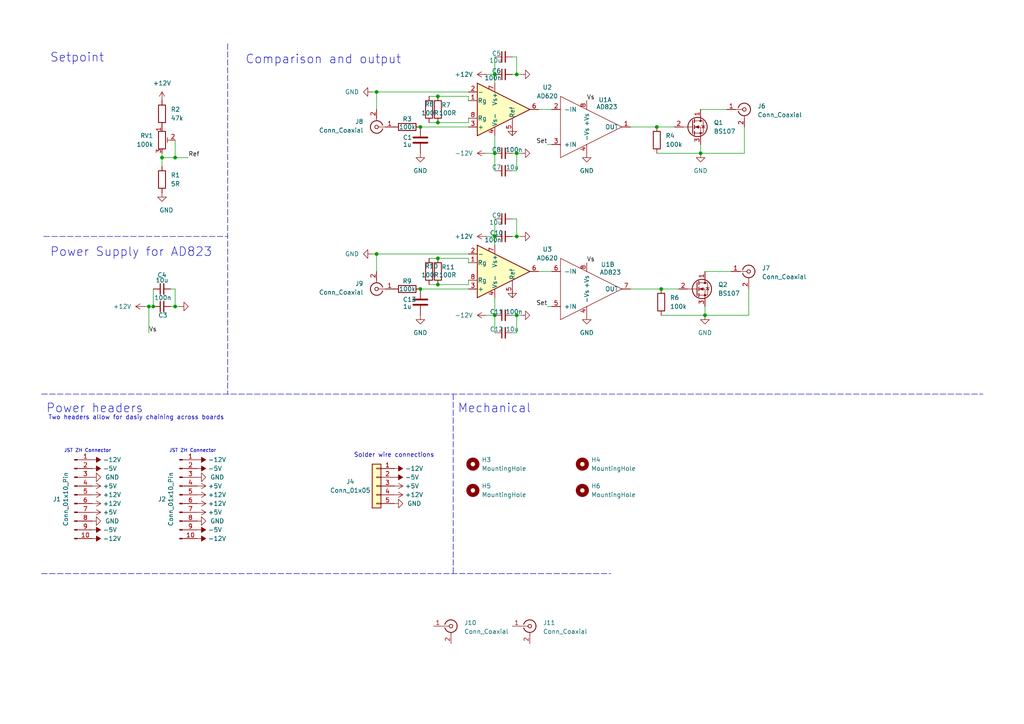
<source format=kicad_sch>
(kicad_sch (version 20250114) (generator "eeschema") (generator_version "9.0")
  (paper "A4")
  (title_block (title "Coil_temperature_interlock_2channel") (comment 1 "Designed by Jack Roth") (comment 2 "Compatible with Hammond Manufacturing series 1457"))
  (lib_symbols
    (symbol "Amplifier_Instrumentation:AD620" (pin_names (offset 0.127))
      (property "Reference" "U" (at 3.81 7.62 0))
      (property "Value" "AD620" (at 5.08 5.08 0))
      (symbol "AD620_0_1"
        (polyline (pts (xy -7.62 7.62) (xy -7.62 -7.62) (xy 7.62 0) (xy -7.62 7.62)) (stroke (width 0.254)) (fill (type background)))
      )
      (symbol "AD620_1_1"
        (pin input line (at -10.16 5.08 0) (length 2.54) (name "-") (number "2"))
        (pin passive line (at -10.16 2.54 0) (length 2.54) (name "Rg") (number "1"))
        (pin passive line (at -10.16 -2.54 0) (length 2.54) (name "Rg") (number "8"))
        (pin input line (at -10.16 -5.08 0) (length 2.54) (name "+") (number "3"))
        (pin power_in line (at -2.54 7.62 270) (length 2.54) (name "Vs+") (number "7"))
        (pin power_in line (at -2.54 -7.62 90) (length 2.54) (name "Vs-") (number "4"))
        (pin passive line (at 2.54 -7.62 90) (length 5.08) (name "Ref") (number "5"))
        (pin output line (at 10.16 0 180) (length 2.54) (name "~") (number "6"))
      )
    )
    (symbol "Connector:Conn_01x10_Pin" (pin_names (offset 1.016) (hide yes))
      (property "Reference" "J" (at 0 12.7 0))
      (property "Value" "Conn_01x10_Pin" (at 0 -15.24 0))
      (symbol "Conn_01x10_Pin_1_1"
        (rectangle (start 0.8636 10.287) (end 0 10.033) (stroke (width 0.1524)) (fill (type outline)))
        (rectangle (start 0.8636 7.747) (end 0 7.493) (stroke (width 0.1524)) (fill (type outline)))
        (rectangle (start 0.8636 5.207) (end 0 4.953) (stroke (width 0.1524)) (fill (type outline)))
        (rectangle (start 0.8636 2.667) (end 0 2.413) (stroke (width 0.1524)) (fill (type outline)))
        (rectangle (start 0.8636 0.127) (end 0 -0.127) (stroke (width 0.1524)) (fill (type outline)))
        (rectangle (start 0.8636 -2.413) (end 0 -2.667) (stroke (width 0.1524)) (fill (type outline)))
        (rectangle (start 0.8636 -4.953) (end 0 -5.207) (stroke (width 0.1524)) (fill (type outline)))
        (rectangle (start 0.8636 -7.493) (end 0 -7.747) (stroke (width 0.1524)) (fill (type outline)))
        (rectangle (start 0.8636 -10.033) (end 0 -10.287) (stroke (width 0.1524)) (fill (type outline)))
        (rectangle (start 0.8636 -12.573) (end 0 -12.827) (stroke (width 0.1524)) (fill (type outline)))
        (polyline (pts (xy 1.27 10.16) (xy 0.8636 10.16)) (stroke (width 0.1524)))
        (polyline (pts (xy 1.27 7.62) (xy 0.8636 7.62)) (stroke (width 0.1524)))
        (polyline (pts (xy 1.27 5.08) (xy 0.8636 5.08)) (stroke (width 0.1524)))
        (polyline (pts (xy 1.27 2.54) (xy 0.8636 2.54)) (stroke (width 0.1524)))
        (polyline (pts (xy 1.27 0) (xy 0.8636 0)) (stroke (width 0.1524)))
        (polyline (pts (xy 1.27 -2.54) (xy 0.8636 -2.54)) (stroke (width 0.1524)))
        (polyline (pts (xy 1.27 -5.08) (xy 0.8636 -5.08)) (stroke (width 0.1524)))
        (polyline (pts (xy 1.27 -7.62) (xy 0.8636 -7.62)) (stroke (width 0.1524)))
        (polyline (pts (xy 1.27 -10.16) (xy 0.8636 -10.16)) (stroke (width 0.1524)))
        (polyline (pts (xy 1.27 -12.7) (xy 0.8636 -12.7)) (stroke (width 0.1524)))
        (pin passive line (at 5.08 10.16 180) (length 3.81) (name "Pin_1") (number "1"))
        (pin passive line (at 5.08 7.62 180) (length 3.81) (name "Pin_2") (number "2"))
        (pin passive line (at 5.08 5.08 180) (length 3.81) (name "Pin_3") (number "3"))
        (pin passive line (at 5.08 2.54 180) (length 3.81) (name "Pin_4") (number "4"))
        (pin passive line (at 5.08 0 180) (length 3.81) (name "Pin_5") (number "5"))
        (pin passive line (at 5.08 -2.54 180) (length 3.81) (name "Pin_6") (number "6"))
        (pin passive line (at 5.08 -5.08 180) (length 3.81) (name "Pin_7") (number "7"))
        (pin passive line (at 5.08 -7.62 180) (length 3.81) (name "Pin_8") (number "8"))
        (pin passive line (at 5.08 -10.16 180) (length 3.81) (name "Pin_9") (number "9"))
        (pin passive line (at 5.08 -12.7 180) (length 3.81) (name "Pin_10") (number "10"))
      )
    )
    (symbol "Connector:Conn_Coaxial" (pin_names (offset 1.016) (hide yes))
      (property "Reference" "J" (at 0.254 3.048 0))
      (property "Value" "Conn_Coaxial" (at 2.921 0 90))
      (symbol "Conn_Coaxial_0_1"
        (polyline (pts (xy -2.54 0) (xy -0.508 0)))
        (arc (start 1.778 0) (mid 0.222 -1.8079) (end -1.778 -0.508) (stroke (width 0.254)))
        (arc (start -1.778 0.508) (mid 0.2221 1.8084) (end 1.778 0) (stroke (width 0.254)))
        (circle (center 0 0) (radius 0.508) (stroke (width 0.2032)))
        (polyline (pts (xy 0 -2.54) (xy 0 -1.778)))
      )
      (symbol "Conn_Coaxial_1_1"
        (pin passive line (at -5.08 0 0) (length 2.54) (name "In") (number "1"))
        (pin passive line (at 0 -5.08 90) (length 2.54) (name "Ext") (number "2"))
      )
    )
    (symbol "Connector_Generic:Conn_01x05" (pin_names (offset 1.016) (hide yes))
      (property "Reference" "J" (at 0 7.62 0))
      (property "Value" "Conn_01x05" (at 0 -7.62 0))
      (symbol "Conn_01x05_1_1"
        (rectangle (start -1.27 6.35) (end 1.27 -6.35) (stroke (width 0.254)) (fill (type background)))
        (rectangle (start -1.27 5.207) (end 0 4.953) (stroke (width 0.1524)))
        (rectangle (start -1.27 2.667) (end 0 2.413) (stroke (width 0.1524)))
        (rectangle (start -1.27 0.127) (end 0 -0.127) (stroke (width 0.1524)))
        (rectangle (start -1.27 -2.413) (end 0 -2.667) (stroke (width 0.1524)))
        (rectangle (start -1.27 -4.953) (end 0 -5.207) (stroke (width 0.1524)))
        (pin passive line (at -5.08 5.08 0) (length 3.81) (name "Pin_1") (number "1"))
        (pin passive line (at -5.08 2.54 0) (length 3.81) (name "Pin_2") (number "2"))
        (pin passive line (at -5.08 0 0) (length 3.81) (name "Pin_3") (number "3"))
        (pin passive line (at -5.08 -2.54 0) (length 3.81) (name "Pin_4") (number "4"))
        (pin passive line (at -5.08 -5.08 0) (length 3.81) (name "Pin_5") (number "5"))
      )
    )
    (symbol "Device:C" (pin_numbers (hide yes)) (pin_names (offset 0.254))
      (property "Reference" "C" (at 0.635 2.54 0))
      (property "Value" "C" (at 0.635 -2.54 0))
      (symbol "C_0_1"
        (polyline (pts (xy -2.032 0.762) (xy 2.032 0.762)) (stroke (width 0.508)))
        (polyline (pts (xy -2.032 -0.762) (xy 2.032 -0.762)) (stroke (width 0.508)))
      )
      (symbol "C_1_1"
        (pin passive line (at 0 3.81 270) (length 2.794) (name "~") (number "1"))
        (pin passive line (at 0 -3.81 90) (length 2.794) (name "~") (number "2"))
      )
    )
    (symbol "Device:C_Small" (pin_numbers (hide yes)) (pin_names (offset 0.254) (hide yes))
      (property "Reference" "C" (at 0.254 1.778 0))
      (property "Value" "C_Small" (at 0.254 -2.032 0))
      (symbol "C_Small_0_1"
        (polyline (pts (xy -1.524 0.508) (xy 1.524 0.508)) (stroke (width 0.3048)))
        (polyline (pts (xy -1.524 -0.508) (xy 1.524 -0.508)) (stroke (width 0.3302)))
      )
      (symbol "C_Small_1_1"
        (pin passive line (at 0 2.54 270) (length 2.032) (name "~") (number "1"))
        (pin passive line (at 0 -2.54 90) (length 2.032) (name "~") (number "2"))
      )
    )
    (symbol "Device:R" (pin_numbers (hide yes)) (pin_names (offset 0))
      (property "Reference" "R" (at 2.032 0 90))
      (property "Value" "R" (at 0 0 90))
      (symbol "R_0_1"
        (rectangle (start -1.016 -2.54) (end 1.016 2.54) (stroke (width 0.254)))
      )
      (symbol "R_1_1"
        (pin passive line (at 0 3.81 270) (length 1.27) (name "~") (number "1"))
        (pin passive line (at 0 -3.81 90) (length 1.27) (name "~") (number "2"))
      )
    )
    (symbol "Device:R_Potentiometer_Trim" (pin_names (offset 1.016) (hide yes))
      (property "Reference" "RV" (at -4.445 0 90))
      (property "Value" "R_Potentiometer_Trim" (at -2.54 0 90))
      (symbol "R_Potentiometer_Trim_0_1"
        (rectangle (start 1.016 2.54) (end -1.016 -2.54) (stroke (width 0.254)))
        (polyline (pts (xy 1.524 0.762) (xy 1.524 -0.762)))
        (polyline (pts (xy 2.54 0) (xy 1.524 0)))
      )
      (symbol "R_Potentiometer_Trim_1_1"
        (pin passive line (at 0 3.81 270) (length 1.27) (name "1") (number "1"))
        (pin passive line (at 0 -3.81 90) (length 1.27) (name "3") (number "3"))
        (pin passive line (at 3.81 0 180) (length 1.27) (name "2") (number "2"))
      )
    )
    (symbol "Mechanical:MountingHole" (pin_names (offset 1.016)) (exclude_from_sim yes) (in_bom no)
      (property "Reference" "H" (at 0 5.08 0))
      (property "Value" "MountingHole" (at 0 3.175 0))
      (symbol "MountingHole_0_1"
        (circle (center 0 0) (radius 1.27) (stroke (width 1.27)))
      )
    )
    (symbol "Transistor_FET:BS107" (pin_names (hide yes))
      (property "Reference" "Q" (at 5.08 1.905 0))
      (property "Value" "BS107" (at 5.08 0 0))
      (symbol "BS107_0_1"
        (polyline (pts (xy 0.254 1.905) (xy 0.254 -1.905)) (stroke (width 0.254)))
        (polyline (pts (xy 0.254 0) (xy -2.54 0)))
        (polyline (pts (xy 0.762 2.286) (xy 0.762 1.27)) (stroke (width 0.254)))
        (polyline (pts (xy 0.762 0.508) (xy 0.762 -0.508)) (stroke (width 0.254)))
        (polyline (pts (xy 0.762 -1.27) (xy 0.762 -2.286)) (stroke (width 0.254)))
        (polyline (pts (xy 0.762 -1.778) (xy 3.302 -1.778) (xy 3.302 1.778) (xy 0.762 1.778)))
        (polyline (pts (xy 1.016 0) (xy 2.032 0.381) (xy 2.032 -0.381) (xy 1.016 0)) (fill (type outline)))
        (circle (center 1.651 0) (radius 2.794) (stroke (width 0.254)))
        (polyline (pts (xy 2.54 2.54) (xy 2.54 1.778)))
        (circle (center 2.54 1.778) (radius 0.254) (fill (type outline)))
        (circle (center 2.54 -1.778) (radius 0.254) (fill (type outline)))
        (polyline (pts (xy 2.54 -2.54) (xy 2.54 0) (xy 0.762 0)))
        (polyline (pts (xy 2.794 0.508) (xy 2.921 0.381) (xy 3.683 0.381) (xy 3.81 0.254)))
        (polyline (pts (xy 3.302 0.381) (xy 2.921 -0.254) (xy 3.683 -0.254) (xy 3.302 0.381)))
      )
      (symbol "BS107_1_1"
        (pin input line (at -5.08 0 0) (length 2.54) (name "G") (number "2"))
        (pin passive line (at 2.54 5.08 270) (length 2.54) (name "D") (number "1"))
        (pin passive line (at 2.54 -5.08 90) (length 2.54) (name "S") (number "3"))
      )
    )
    (symbol "matterwaves_symbol:AD823" (pin_names (offset 1.016))
      (property "Reference" "U" (at -11.43 1.27 0))
      (property "Value" "AD823" (at -11.43 -1.27 0))
      (symbol "AD823_0_1"
        (polyline (pts (xy 10.16 0) (xy -7.62 -8.89) (xy -7.62 8.89) (xy 10.16 0)))
        (pin passive line (at 0 7.62 270) (length 2.54) (name "+Vs") (number "8"))
        (pin passive line (at 0 -7.62 90) (length 2.54) (name "-Vs") (number "4"))
      )
      (symbol "AD823_1_1"
        (pin passive line (at -10.16 5.08 0) (length 2.54) (name "-IN") (number "2"))
        (pin passive line (at -10.16 -5.08 0) (length 2.54) (name "+IN") (number "3"))
        (pin passive line (at 12.7 0 180) (length 2.54) (name "OUT") (number "1"))
      )
      (symbol "AD823_2_1"
        (pin passive line (at -10.16 5.08 0) (length 2.54) (name "-IN") (number "6"))
        (pin passive line (at -10.16 -5.08 0) (length 2.54) (name "+IN") (number "5"))
        (pin passive line (at 12.7 0 180) (length 2.54) (name "OUT") (number "7"))
      )
    )
    (symbol "power:+12V" (power) (pin_numbers (hide yes)) (pin_names (offset 0) (hide yes))
      (property "Value" "+12V" (at 0 3.556 0))
      (symbol "+12V_0_1"
        (polyline (pts (xy -0.762 1.27) (xy 0 2.54)))
        (polyline (pts (xy 0 2.54) (xy 0.762 1.27)))
        (polyline (pts (xy 0 0) (xy 0 2.54)))
      )
      (symbol "+12V_1_1"
        (pin power_in line (at 0 0 90) (length 0) (name "~") (number "1"))
      )
    )
    (symbol "power:+5V" (power) (pin_numbers (hide yes)) (pin_names (offset 0) (hide yes))
      (property "Value" "+5V" (at 0 3.556 0))
      (symbol "+5V_0_1"
        (polyline (pts (xy -0.762 1.27) (xy 0 2.54)))
        (polyline (pts (xy 0 2.54) (xy 0.762 1.27)))
        (polyline (pts (xy 0 0) (xy 0 2.54)))
      )
      (symbol "+5V_1_1"
        (pin power_in line (at 0 0 90) (length 0) (name "~") (number "1"))
      )
    )
    (symbol "power:-12V" (power) (pin_numbers (hide yes)) (pin_names (offset 0) (hide yes))
      (property "Value" "-12V" (at 0 3.556 0))
      (symbol "-12V_0_0"
        (pin power_in line (at 0 0 90) (length 0) (name "~") (number "1"))
      )
      (symbol "-12V_0_1"
        (polyline (pts (xy 0 0) (xy 0 1.27) (xy 0.762 1.27) (xy 0 2.54) (xy -0.762 1.27) (xy 0 1.27)) (fill (type outline)))
      )
    )
    (symbol "power:-5V" (power) (pin_numbers (hide yes)) (pin_names (offset 0) (hide yes))
      (property "Value" "-5V" (at 0 3.556 0))
      (symbol "-5V_0_0"
        (pin power_in line (at 0 0 90) (length 0) (name "~") (number "1"))
      )
      (symbol "-5V_0_1"
        (polyline (pts (xy 0 0) (xy 0 1.27) (xy 0.762 1.27) (xy 0 2.54) (xy -0.762 1.27) (xy 0 1.27)) (fill (type outline)))
      )
    )
    (symbol "power:GND" (power) (pin_numbers (hide yes)) (pin_names (offset 0) (hide yes))
      (property "Value" "GND" (at 0 -3.81 0))
      (symbol "GND_0_1"
        (polyline (pts (xy 0 0) (xy 0 -1.27) (xy 1.27 -1.27) (xy 0 -2.54) (xy -1.27 -1.27) (xy 0 -1.27)))
      )
      (symbol "GND_1_1"
        (pin power_in line (at 0 0 270) (length 0) (name "~") (number "1"))
      )
    )
    (symbol "power:VCC" (power) (pin_numbers (hide yes)) (pin_names (offset 0) (hide yes))
      (property "Value" "VCC" (at 0 3.556 0))
      (symbol "VCC_0_1"
        (polyline (pts (xy -0.762 1.27) (xy 0 2.54)))
        (polyline (pts (xy 0 2.54) (xy 0.762 1.27)))
        (polyline (pts (xy 0 0) (xy 0 2.54)))
      )
      (symbol "VCC_1_1"
        (pin power_in line (at 0 0 90) (length 0) (name "~") (number "1"))
      )
    )
  )
  (text "Solder wire connections" (at 114.3 132.08 0) (effects (font (size 1.27 1.27))))
  (text "Setpoint" (at 14.478 18.288 0) (effects (font (size 2.54 2.54)) (justify left bottom)))
  (text "Mechanical" (at 132.715 120.015 0) (effects (font (size 2.54 2.54)) (justify left bottom)))
  (text "JST ZH Connector" (at 55.88 130.81 0) (effects (font (size 1 1))))
  (text "Comparison and output" (at 71.12 18.796 0) (effects (font (size 2.54 2.54)) (justify left bottom)))
  (text "Power headers" (at 13.335 120.015 0) (effects (font (size 2.54 2.54)) (justify left bottom)))
  (text "Two headers allow for dasiy chaining across boards" (at 13.97 121.92 0) (effects (font (size 1.27 1.27)) (justify left bottom)))
  (text "JST ZH Connector" (at 25.4 130.81 0) (effects (font (size 1 1))))
  (text "Power Supply for AD823\n" (at 14.478 74.676 0) (effects (font (size 2.54 2.54)) (justify left bottom)))
  (junction (at 143.51 44.45))
  (junction (at 109.22 73.66))
  (junction (at 149.86 21.59))
  (junction (at 149.86 44.45))
  (junction (at 143.51 21.59))
  (junction (at 121.92 36.83))
  (junction (at 46.99 45.72))
  (junction (at 127 74.93))
  (junction (at 149.86 68.58))
  (junction (at 50.8 45.72))
  (junction (at 127 82.55))
  (junction (at 127 27.94))
  (junction (at 50.8 88.9))
  (junction (at 203.2 44.45))
  (junction (at 191.77 83.82))
  (junction (at 127 35.56))
  (junction (at 121.92 83.82))
  (junction (at 190.5 36.83))
  (junction (at 143.51 68.58))
  (junction (at 43.18 88.9))
  (junction (at 44.45 88.9))
  (junction (at 149.86 91.44))
  (junction (at 109.22 26.67))
  (junction (at 204.47 91.44))
  (junction (at 143.51 91.44))
  (wire (pts (xy 52.07 88.9) (xy 50.8 88.9)))
  (wire (pts (xy 109.22 26.67) (xy 109.22 31.75)))
  (wire (pts (xy 50.8 40.64) (xy 50.8 45.72)))
  (wire (pts (xy 143.51 91.44) (xy 143.51 86.36)))
  (wire (pts (xy 143.51 68.58) (xy 143.51 71.12)))
  (polyline (pts (xy 12.065 166.37) (xy 177.165 166.37)) (stroke (width 0) (type dash)))
  (wire (pts (xy 143.51 49.53) (xy 143.51 44.45)))
  (wire (pts (xy 121.92 83.82) (xy 135.89 83.82)))
  (wire (pts (xy 124.46 27.94) (xy 127 27.94)))
  (wire (pts (xy 156.21 78.74) (xy 160.02 78.74)))
  (wire (pts (xy 46.99 44.45) (xy 46.99 45.72)))
  (wire (pts (xy 41.91 88.9) (xy 43.18 88.9)))
  (wire (pts (xy 50.8 88.9) (xy 49.53 88.9)))
  (wire (pts (xy 127 82.55) (xy 135.89 82.55)))
  (wire (pts (xy 149.86 16.51) (xy 149.86 21.59)))
  (wire (pts (xy 204.47 88.9) (xy 204.47 91.44)))
  (wire (pts (xy 43.18 88.9) (xy 43.18 96.52)))
  (polyline (pts (xy 12.7 68.58) (xy 66.04 68.58)) (stroke (width 0) (type dash)))
  (wire (pts (xy 127 27.94) (xy 135.89 27.94)))
  (wire (pts (xy 148.59 63.5) (xy 149.86 63.5)))
  (wire (pts (xy 191.77 91.44) (xy 204.47 91.44)))
  (wire (pts (xy 190.5 36.83) (xy 195.58 36.83)))
  (wire (pts (xy 148.59 49.53) (xy 149.86 49.53)))
  (wire (pts (xy 135.89 73.66) (xy 109.22 73.66)))
  (wire (pts (xy 149.86 49.53) (xy 149.86 44.45)))
  (wire (pts (xy 182.88 36.83) (xy 190.5 36.83)))
  (wire (pts (xy 148.59 36.83) (xy 148.59 39.37)))
  (wire (pts (xy 149.86 68.58) (xy 148.59 68.58)))
  (wire (pts (xy 135.89 26.67) (xy 109.22 26.67)))
  (wire (pts (xy 135.89 27.94) (xy 135.89 29.21)))
  (wire (pts (xy 140.97 91.44) (xy 143.51 91.44)))
  (wire (pts (xy 143.51 96.52) (xy 143.51 91.44)))
  (wire (pts (xy 191.77 83.82) (xy 196.85 83.82)))
  (wire (pts (xy 158.75 41.91) (xy 160.02 41.91)))
  (wire (pts (xy 127 35.56) (xy 135.89 35.56)))
  (polyline (pts (xy 131.445 114.3) (xy 131.445 166.37)) (stroke (width 0) (type dash)))
  (polyline (pts (xy 12.065 114.3) (xy 285.115 114.3)) (stroke (width 0) (type dash)))
  (wire (pts (xy 182.88 83.82) (xy 191.77 83.82)))
  (wire (pts (xy 151.13 68.58) (xy 149.86 68.58)))
  (wire (pts (xy 203.2 31.75) (xy 210.82 31.75)))
  (wire (pts (xy 148.59 16.51) (xy 149.86 16.51)))
  (wire (pts (xy 143.51 63.5) (xy 143.51 68.58)))
  (wire (pts (xy 149.86 44.45) (xy 148.59 44.45)))
  (wire (pts (xy 140.97 21.59) (xy 143.51 21.59)))
  (wire (pts (xy 127 74.93) (xy 135.89 74.93)))
  (wire (pts (xy 190.5 44.45) (xy 203.2 44.45)))
  (wire (pts (xy 158.75 88.9) (xy 160.02 88.9)))
  (wire (pts (xy 148.59 83.82) (xy 148.59 86.36)))
  (wire (pts (xy 44.45 83.82) (xy 44.45 88.9)))
  (wire (pts (xy 140.97 44.45) (xy 143.51 44.45)))
  (wire (pts (xy 143.51 16.51) (xy 143.51 21.59)))
  (wire (pts (xy 124.46 82.55) (xy 127 82.55)))
  (wire (pts (xy 135.89 35.56) (xy 135.89 34.29)))
  (wire (pts (xy 149.86 96.52) (xy 149.86 91.44)))
  (wire (pts (xy 204.47 78.74) (xy 212.09 78.74)))
  (wire (pts (xy 43.18 88.9) (xy 44.45 88.9)))
  (wire (pts (xy 149.86 91.44) (xy 148.59 91.44)))
  (wire (pts (xy 156.21 31.75) (xy 160.02 31.75)))
  (wire (pts (xy 50.8 45.72) (xy 54.61 45.72)))
  (wire (pts (xy 149.86 63.5) (xy 149.86 68.58)))
  (wire (pts (xy 217.17 83.82) (xy 217.17 91.44)))
  (wire (pts (xy 135.89 81.28) (xy 135.89 82.55)))
  (wire (pts (xy 124.46 35.56) (xy 127 35.56)))
  (wire (pts (xy 46.99 45.72) (xy 46.99 48.26)))
  (wire (pts (xy 135.89 74.93) (xy 135.89 76.2)))
  (polyline (pts (xy 66.04 12.7) (xy 66.04 114.3)) (stroke (width 0) (type dash)))
  (wire (pts (xy 204.47 91.44) (xy 217.17 91.44)))
  (wire (pts (xy 148.59 96.52) (xy 149.86 96.52)))
  (wire (pts (xy 203.2 41.91) (xy 203.2 44.45)))
  (wire (pts (xy 107.95 26.67) (xy 109.22 26.67)))
  (wire (pts (xy 151.13 21.59) (xy 149.86 21.59)))
  (wire (pts (xy 50.8 83.82) (xy 50.8 88.9)))
  (wire (pts (xy 203.2 44.45) (xy 215.9 44.45)))
  (wire (pts (xy 49.53 83.82) (xy 50.8 83.82)))
  (wire (pts (xy 215.9 36.83) (xy 215.9 44.45)))
  (wire (pts (xy 151.13 91.44) (xy 149.86 91.44)))
  (wire (pts (xy 149.86 21.59) (xy 148.59 21.59)))
  (wire (pts (xy 140.97 68.58) (xy 143.51 68.58)))
  (wire (pts (xy 107.95 73.66) (xy 109.22 73.66)))
  (wire (pts (xy 109.22 73.66) (xy 109.22 78.74)))
  (wire (pts (xy 124.46 74.93) (xy 127 74.93)))
  (wire (pts (xy 121.92 36.83) (xy 135.89 36.83)))
  (wire (pts (xy 143.51 21.59) (xy 143.51 24.13)))
  (wire (pts (xy 151.13 44.45) (xy 149.86 44.45)))
  (wire (pts (xy 143.51 44.45) (xy 143.51 39.37)))
  (wire (pts (xy 46.99 45.72) (xy 50.8 45.72)))
  (label "Ref" (at 54.61 45.72 0))
  (label "Set" (at 158.75 41.91 180))
  (label "Vs" (at 170.18 76.2 0))
  (label "Vs" (at 170.18 29.21 0))
  (label "Set" (at 158.75 88.9 180))
  (label "Vs" (at 43.18 96.52 0))
  (symbol (lib_id "power:GND") (at 151.13 21.59 90) (unit 1)
    (property "Reference" "#PWR032" (effects (hide yes)))
    (property "Value" "GND" (effects (hide yes)))
    (property "Description" "Power symbol creates a global label with name \"GND\" , ground" (effects (hide yes)))
  )
  (symbol (lib_id "power:-12V") (at 114.3 135.89 270) (unit 1)
    (property "Reference" "#PWR023" (effects (hide yes)))
    (property "Value" "-12V" (at 117.475 135.89 90) (effects (justify left)))
    (property "Description" "Power symbol creates a global label with name \"-12V\"" (effects (hide yes)))
  )
  (symbol (lib_id "Mechanical:MountingHole") (at 137.16 134.62 0) (unit 1) (exclude_from_sim yes) (in_bom no)
    (property "Reference" "H3" (at 139.7 133.3499 0) (effects (justify left)))
    (property "Value" "MountingHole" (at 139.7 135.8899 0) (effects (justify left)))
    (property "Footprint" "MountingHole:MountingHole_3.2mm_M3" (effects (hide yes)))
    (property "Description" "Mounting Hole without connection" (effects (hide yes)))
  )
  (symbol (lib_id "power:-12V") (at 57.15 156.21 270) (unit 1)
    (property "Reference" "#PWR020" (effects (hide yes)))
    (property "Value" "-12V" (at 60.325 156.21 90) (effects (justify left)))
    (property "Description" "Power symbol creates a global label with name \"-12V\"" (effects (hide yes)))
  )
  (symbol (lib_id "power:GND") (at 151.13 91.44 90) (mirror x) (unit 1)
    (property "Reference" "#PWR044" (effects (hide yes)))
    (property "Value" "GND" (effects (hide yes)))
    (property "Description" "Power symbol creates a global label with name \"GND\" , ground" (effects (hide yes)))
  )
  (symbol (lib_id "power:GND") (at 114.3 146.05 90) (unit 1)
    (property "Reference" "#PWR027" (effects (hide yes)))
    (property "Value" "GND" (at 118.11 146.05 90) (effects (justify right)))
    (property "Description" "Power symbol creates a global label with name \"GND\" , ground" (effects (hide yes)))
  )
  (symbol (lib_id "Device:R") (at 46.99 33.02 0) (unit 1)
    (property "Reference" "R2" (at 49.53 31.7499 0) (effects (justify left)))
    (property "Value" "47k" (at 49.53 34.2899 0) (effects (justify left)))
    (property "Footprint" "Resistor_THT:R_Axial_DIN0207_L6.3mm_D2.5mm_P10.16mm_Horizontal" (effects (hide yes)))
    (property "Description" "Resistor" (effects (hide yes)))
    (property "LCSC" "C2857423" (effects (hide yes)))
  )
  (symbol (lib_id "Device:C") (at 121.92 87.63 0) (unit 1)
    (property "Reference" "C13" (at 116.84 86.868 0) (effects (justify left)))
    (property "Value" "1u" (at 116.84 88.9 0) (effects (justify left)))
    (property "Footprint" "Capacitor_THT:C_Disc_D4.3mm_W1.9mm_P5.00mm" (effects (hide yes)))
    (property "Description" "Unpolarized capacitor" (effects (hide yes)))
    (property "LCSC" "C2839237" (effects (hide yes)))
  )
  (symbol (lib_id "power:GND") (at 148.59 36.83 0) (unit 1)
    (property "Reference" "#PWR021" (effects (hide yes)))
    (property "Value" "GND" (effects (hide yes)))
    (property "Description" "Power symbol creates a global label with name \"GND\" , ground" (effects (hide yes)))
  )
  (symbol (lib_id "power:GND") (at 151.13 68.58 90) (unit 1)
    (property "Reference" "#PWR043" (effects (hide yes)))
    (property "Value" "GND" (effects (hide yes)))
    (property "Description" "Power symbol creates a global label with name \"GND\" , ground" (effects (hide yes)))
  )
  (symbol (lib_id "power:+12V") (at 26.67 146.05 270) (unit 1)
    (property "Reference" "#PWR06" (effects (hide yes)))
    (property "Value" "+12V" (at 29.845 146.05 90) (effects (justify left)))
    (property "Description" "Power symbol creates a global label with name \"+12V\"" (effects (hide yes)))
  )
  (symbol (lib_id "Device:C_Small") (at 146.05 63.5 90) (unit 1)
    (property "Reference" "C9" (at 144.018 62.484 90))
    (property "Value" "10u" (at 143.764 64.516 90))
    (property "Footprint" "Capacitor_THT:C_Disc_D4.3mm_W1.9mm_P5.00mm" (effects (hide yes)))
    (property "Description" "Unpolarized capacitor, small symbol" (effects (hide yes)))
    (property "LCSC" "C2761733" (effects (hide yes)))
  )
  (symbol (lib_id "power:GND") (at 57.15 151.13 90) (unit 1)
    (property "Reference" "#PWR018" (effects (hide yes)))
    (property "Value" "GND" (at 60.96 151.13 90) (effects (justify right)))
    (property "Description" "Power symbol creates a global label with name \"GND\" , ground" (effects (hide yes)))
  )
  (symbol (lib_id "Device:R") (at 127 78.74 180) (unit 1)
    (property "Reference" "R11" (at 128.016 77.47 0) (effects (justify right)))
    (property "Value" "100R" (at 127.254 79.756 0) (effects (justify right)))
    (property "Footprint" "Resistor_THT:R_Axial_DIN0207_L6.3mm_D2.5mm_P10.16mm_Horizontal" (effects (hide yes)))
    (property "Description" "Resistor" (effects (hide yes)))
    (property "LCSC" "C57438" (effects (hide yes)))
  )
  (symbol (lib_id "power:+5V") (at 26.67 140.97 270) (unit 1)
    (property "Reference" "#PWR04" (effects (hide yes)))
    (property "Value" "+5V" (at 29.845 140.97 90) (effects (justify left)))
    (property "Description" "Power symbol creates a global label with name \"+5V\"" (effects (hide yes)))
  )
  (symbol (lib_id "Device:R") (at 124.46 78.74 180) (unit 1)
    (property "Reference" "R10" (at 123.19 77.216 0) (effects (justify right)))
    (property "Value" "100R" (at 122.174 79.756 0) (effects (justify right)))
    (property "Footprint" "Resistor_THT:R_Axial_DIN0207_L6.3mm_D2.5mm_P10.16mm_Horizontal" (effects (hide yes)))
    (property "Description" "Resistor" (effects (hide yes)))
    (property "LCSC" "C57438" (effects (hide yes)))
  )
  (symbol (lib_id "Device:R") (at 127 31.75 180) (unit 1)
    (property "Reference" "R7" (at 128.016 30.48 0) (effects (justify right)))
    (property "Value" "100R" (at 127.254 32.766 0) (effects (justify right)))
    (property "Footprint" "Resistor_THT:R_Axial_DIN0207_L6.3mm_D2.5mm_P10.16mm_Horizontal" (effects (hide yes)))
    (property "Description" "Resistor" (effects (hide yes)))
    (property "LCSC" "C57438" (effects (hide yes)))
  )
  (symbol (lib_id "Device:R") (at 124.46 31.75 180) (unit 1)
    (property "Reference" "R8" (at 123.19 30.226 0) (effects (justify right)))
    (property "Value" "100R" (at 122.174 32.766 0) (effects (justify right)))
    (property "Footprint" "Resistor_THT:R_Axial_DIN0207_L6.3mm_D2.5mm_P10.16mm_Horizontal" (effects (hide yes)))
    (property "Description" "Resistor" (effects (hide yes)))
    (property "LCSC" "C57438" (effects (hide yes)))
  )
  (symbol (lib_id "power:GND") (at 170.18 91.44 0) (unit 1)
    (property "Reference" "#PWR038" (effects (hide yes)))
    (property "Value" "GND" (at 170.18 96.52 0))
    (property "Description" "Power symbol creates a global label with name \"GND\" , ground" (effects (hide yes)))
  )
  (symbol (lib_id "Device:C_Small") (at 146.05 91.44 90) (mirror x) (unit 1)
    (property "Reference" "C11" (at 144.018 90.424 90))
    (property "Value" "100n" (at 149.098 90.424 90))
    (property "Footprint" "Capacitor_THT:C_Disc_D4.3mm_W1.9mm_P5.00mm" (effects (hide yes)))
    (property "Description" "Unpolarized capacitor, small symbol" (effects (hide yes)))
    (property "LCSC" "C2832508" (effects (hide yes)))
  )
  (symbol (lib_id "Connector:Conn_Coaxial") (at 109.22 83.82 180) (unit 1)
    (property "Reference" "J9" (at 105.41 82.2567 0) (effects (justify left)))
    (property "Value" "Conn_Coaxial" (at 105.41 84.7967 0) (effects (justify left)))
    (property "Footprint" "Connector_Coaxial:SMA_Molex_73251-1153_EdgeMount_Horizontal" (effects (hide yes)))
    (property "Description" "coaxial connector (BNC, SMA, SMB, SMC, Cinch/RCA, LEMO, ...)" (effects (hide yes)))
    (property "Digikey PN" "900-0732511153-ND" (effects (hide yes)))
    (property "LCSC" "C2874826" (effects (hide yes)))
  )
  (symbol (lib_id "power:+12V") (at 140.97 68.58 90) (unit 1)
    (property "Reference" "#PWR041" (effects (hide yes)))
    (property "Value" "+12V" (at 137.16 68.5799 90) (effects (justify left)))
    (property "Description" "Power symbol creates a global label with name \"+12V\"" (effects (hide yes)))
  )
  (symbol (lib_id "power:VCC") (at 46.99 29.21 0) (unit 1)
    (property "Reference" "#PWR033" (effects (hide yes)))
    (property "Value" "+12V" (at 46.99 24.13 0))
    (property "Description" "Power symbol creates a global label with name \"VCC\"" (effects (hide yes)))
  )
  (symbol (lib_id "Device:R_Potentiometer_Trim") (at 46.99 40.64 0) (unit 1)
    (property "Reference" "RV1" (at 44.45 39.3699 0) (effects (justify right)))
    (property "Value" "100k" (at 44.45 41.9099 0) (effects (justify right)))
    (property "Footprint" "Potentiometer_THT:Potentiometer_Bourns_3296W_Vertical" (effects (hide yes)))
    (property "Description" "Trim-potentiometer" (effects (hide yes)))
    (property "LCSC" "C118963" (effects (hide yes)))
  )
  (symbol (lib_id "Device:C_Small") (at 46.99 88.9 90) (unit 1)
    (property "Reference" "C3" (at 47.244 91.44 90))
    (property "Value" "100n" (at 47.244 86.36 90))
    (property "Footprint" "Capacitor_THT:C_Disc_D4.3mm_W1.9mm_P5.00mm" (effects (hide yes)))
    (property "Description" "Unpolarized capacitor, small symbol" (effects (hide yes)))
    (property "LCSC" "C2832508" (effects (hide yes)))
  )
  (symbol (lib_id "power:+12V") (at 57.15 143.51 270) (unit 1)
    (property "Reference" "#PWR015" (effects (hide yes)))
    (property "Value" "+12V" (at 60.325 143.51 90) (effects (justify left)))
    (property "Description" "Power symbol creates a global label with name \"+12V\"" (effects (hide yes)))
  )
  (symbol (lib_id "Device:C_Small") (at 46.99 83.82 90) (unit 1)
    (property "Reference" "C4" (at 46.99 79.756 90))
    (property "Value" "10u" (at 46.99 81.28 90))
    (property "Footprint" "Capacitor_THT:C_Disc_D4.3mm_W1.9mm_P5.00mm" (effects (hide yes)))
    (property "Description" "Unpolarized capacitor, small symbol" (effects (hide yes)))
    (property "LCSC" "C2761733" (effects (hide yes)))
  )
  (symbol (lib_id "Connector:Conn_Coaxial") (at 130.81 181.61 0) (unit 1)
    (property "Reference" "J10" (at 134.62 180.6331 0) (effects (justify left)))
    (property "Value" "Conn_Coaxial" (at 134.62 183.1731 0) (effects (justify left)))
    (property "Footprint" "Connector_Coaxial:SMA_Molex_73251-1153_EdgeMount_Horizontal" (effects (hide yes)))
    (property "Description" "coaxial connector (BNC, SMA, SMB, SMC, Cinch/RCA, LEMO, ...)" (effects (hide yes)))
    (property "Digikey PN" "900-0732511153-ND" (effects (hide yes)))
    (property "LCSC" "C2874826" (effects (hide yes)))
  )
  (symbol (lib_id "Connector:Conn_Coaxial") (at 217.17 78.74 0) (unit 1)
    (property "Reference" "J7" (at 220.98 77.7631 0) (effects (justify left)))
    (property "Value" "Conn_Coaxial" (at 220.98 80.3031 0) (effects (justify left)))
    (property "Footprint" "Connector_Coaxial:SMA_Molex_73251-1153_EdgeMount_Horizontal" (effects (hide yes)))
    (property "Description" "coaxial connector (BNC, SMA, SMB, SMC, Cinch/RCA, LEMO, ...)" (effects (hide yes)))
    (property "Digikey PN" "900-0732511153-ND" (effects (hide yes)))
    (property "LCSC" "C2874826" (effects (hide yes)))
  )
  (symbol (lib_id "power:GND") (at 26.67 138.43 90) (unit 1)
    (property "Reference" "#PWR03" (effects (hide yes)))
    (property "Value" "GND" (at 30.48 138.43 90) (effects (justify right)))
    (property "Description" "Power symbol creates a global label with name \"GND\" , ground" (effects (hide yes)))
  )
  (symbol (lib_id "Amplifier_Instrumentation:AD620") (at 146.05 31.75 0) (unit 1)
    (property "Reference" "U2" (at 158.75 25.3298 0))
    (property "Value" "AD620" (at 158.75 27.8698 0))
    (property "Footprint" "Package_DIP:DIP-8_W7.62mm_Socket_LongPads" (effects (hide yes)))
    (property "Datasheet" "https://www.analog.com/media/en/technical-documentation/data-sheets/AD620.pdf" (effects (hide yes)))
    (property "Description" "Low Cost, Low Power, Instrumentation Amplifier, DIP-8/SOIC-8" (effects (hide yes)))
  )
  (symbol (lib_id "Connector:Conn_01x10_Pin") (at 21.59 143.51 0) (unit 1)
    (property "Reference" "J1" (at 16.51 144.78 0))
    (property "Value" "Conn_01x10_Pin" (at 19.05 144.78 90))
    (property "Footprint" "Connector_JST:JST_ZH_B10B-ZR_1x10_P1.50mm_Vertical" (effects (hide yes)))
    (property "Description" "Generic connector, single row, 01x10, script generated" (effects (hide yes)))
    (property "Digikey PN" "455-S10B-ZR-ND" (effects (hide yes)))
  )
  (symbol (lib_id "Connector_Generic:Conn_01x05") (at 109.22 140.97 0) (mirror y) (unit 1)
    (property "Reference" "J4" (at 101.6 139.7 0))
    (property "Value" "Conn_01x05" (at 101.6 142.24 0))
    (property "Footprint" "Connector_Wire:SolderWire-0.75sqmm_1x05_P4.8mm_D1.25mm_OD2.3mm" (effects (hide yes)))
    (property "Description" "Generic connector, single row, 01x05, script generated (kicad-library-utils/schlib/autogen/connector/)" (effects (hide yes)))
  )
  (symbol (lib_id "power:GND") (at 52.07 88.9 90) (unit 1)
    (property "Reference" "#PWR030" (effects (hide yes)))
    (property "Value" "GND" (effects (hide yes)))
    (property "Description" "Power symbol creates a global label with name \"GND\" , ground" (effects (hide yes)))
  )
  (symbol (lib_id "power:GND") (at 121.92 44.45 0) (unit 1)
    (property "Reference" "#PWR046" (effects (hide yes)))
    (property "Value" "GND" (at 121.92 49.53 0))
    (property "Description" "Power symbol creates a global label with name \"GND\" , ground" (effects (hide yes)))
  )
  (symbol (lib_id "power:+5V") (at 57.15 140.97 270) (unit 1)
    (property "Reference" "#PWR014" (effects (hide yes)))
    (property "Value" "+5V" (at 60.325 140.97 90) (effects (justify left)))
    (property "Description" "Power symbol creates a global label with name \"+5V\"" (effects (hide yes)))
  )
  (symbol (lib_id "power:+12V") (at 140.97 21.59 90) (unit 1)
    (property "Reference" "#PWR031" (effects (hide yes)))
    (property "Value" "+12V" (at 137.16 21.5899 90) (effects (justify left)))
    (property "Description" "Power symbol creates a global label with name \"+12V\"" (effects (hide yes)))
  )
  (symbol (lib_id "Device:R") (at 46.99 52.07 180) (unit 1)
    (property "Reference" "R1" (at 49.53 50.7999 0) (effects (justify right)))
    (property "Value" "5R" (at 49.53 53.3399 0) (effects (justify right)))
    (property "Footprint" "Resistor_THT:R_Axial_DIN0207_L6.3mm_D2.5mm_P10.16mm_Horizontal" (effects (hide yes)))
    (property "Description" "Resistor" (effects (hide yes)))
    (property "LCSC" "C334308" (effects (hide yes)))
  )
  (symbol (lib_id "power:+5V") (at 26.67 148.59 270) (unit 1)
    (property "Reference" "#PWR07" (effects (hide yes)))
    (property "Value" "+5V" (at 29.845 148.59 90) (effects (justify left)))
    (property "Description" "Power symbol creates a global label with name \"+5V\"" (effects (hide yes)))
  )
  (symbol (lib_id "power:-5V") (at 26.67 153.67 270) (unit 1)
    (property "Reference" "#PWR09" (effects (hide yes)))
    (property "Value" "-5V" (at 29.845 153.67 90) (effects (justify left)))
    (property "Description" "Power symbol creates a global label with name \"-5V\"" (effects (hide yes)))
  )
  (symbol (lib_id "power:GND") (at 57.15 138.43 90) (unit 1)
    (property "Reference" "#PWR013" (effects (hide yes)))
    (property "Value" "GND" (at 60.96 138.43 90) (effects (justify right)))
    (property "Description" "Power symbol creates a global label with name \"GND\" , ground" (effects (hide yes)))
  )
  (symbol (lib_id "power:GND") (at 26.67 151.13 90) (unit 1)
    (property "Reference" "#PWR08" (effects (hide yes)))
    (property "Value" "GND" (at 30.48 151.13 90) (effects (justify right)))
    (property "Description" "Power symbol creates a global label with name \"GND\" , ground" (effects (hide yes)))
  )
  (symbol (lib_id "Device:R") (at 190.5 40.64 0) (unit 1)
    (property "Reference" "R4" (at 193.04 39.3699 0) (effects (justify left)))
    (property "Value" "100k" (at 193.04 41.9099 0) (effects (justify left)))
    (property "Footprint" "Resistor_THT:R_Axial_DIN0207_L6.3mm_D2.5mm_P10.16mm_Horizontal" (effects (hide yes)))
    (property "Description" "Resistor" (effects (hide yes)))
    (property "LCSC" "C2843019" (effects (hide yes)))
  )
  (symbol (lib_id "power:+12V") (at 57.15 146.05 270) (unit 1)
    (property "Reference" "#PWR016" (effects (hide yes)))
    (property "Value" "+12V" (at 60.325 146.05 90) (effects (justify left)))
    (property "Description" "Power symbol creates a global label with name \"+12V\"" (effects (hide yes)))
  )
  (symbol (lib_id "Device:C_Small") (at 146.05 49.53 90) (mirror x) (unit 1)
    (property "Reference" "C7" (at 144.018 48.514 90))
    (property "Value" "10u" (at 148.59 48.514 90))
    (property "Footprint" "Capacitor_THT:C_Disc_D4.3mm_W1.9mm_P5.00mm" (effects (hide yes)))
    (property "Description" "Unpolarized capacitor, small symbol" (effects (hide yes)))
    (property "LCSC" "C2761733" (effects (hide yes)))
  )
  (symbol (lib_id "power:+12V") (at 140.97 91.44 90) (mirror x) (unit 1)
    (property "Reference" "#PWR042" (effects (hide yes)))
    (property "Value" "-12V" (at 137.16 91.4399 90) (effects (justify left)))
    (property "Description" "Power symbol creates a global label with name \"+12V\"" (effects (hide yes)))
  )
  (symbol (lib_id "power:GND") (at 151.13 44.45 90) (mirror x) (unit 1)
    (property "Reference" "#PWR040" (effects (hide yes)))
    (property "Value" "GND" (effects (hide yes)))
    (property "Description" "Power symbol creates a global label with name \"GND\" , ground" (effects (hide yes)))
  )
  (symbol (lib_id "power:-5V") (at 57.15 153.67 270) (unit 1)
    (property "Reference" "#PWR019" (effects (hide yes)))
    (property "Value" "-5V" (at 60.325 153.67 90) (effects (justify left)))
    (property "Description" "Power symbol creates a global label with name \"-5V\"" (effects (hide yes)))
  )
  (symbol (lib_id "Device:R") (at 191.77 87.63 0) (unit 1)
    (property "Reference" "R6" (at 194.31 86.3599 0) (effects (justify left)))
    (property "Value" "100k" (at 194.31 88.8999 0) (effects (justify left)))
    (property "Footprint" "Resistor_THT:R_Axial_DIN0207_L6.3mm_D2.5mm_P10.16mm_Horizontal" (effects (hide yes)))
    (property "Description" "Resistor" (effects (hide yes)))
    (property "LCSC" "C2843019" (effects (hide yes)))
  )
  (symbol (lib_id "power:GND") (at 203.2 44.45 0) (unit 1)
    (property "Reference" "#PWR035" (effects (hide yes)))
    (property "Value" "GND" (at 203.2 49.53 0))
    (property "Description" "Power symbol creates a global label with name \"GND\" , ground" (effects (hide yes)))
  )
  (symbol (lib_id "Connector:Conn_Coaxial") (at 153.67 181.61 0) (unit 1)
    (property "Reference" "J11" (at 157.48 180.6331 0) (effects (justify left)))
    (property "Value" "Conn_Coaxial" (at 157.48 183.1731 0) (effects (justify left)))
    (property "Footprint" "Connector_Coaxial:SMA_Molex_73251-1153_EdgeMount_Horizontal" (effects (hide yes)))
    (property "Description" "coaxial connector (BNC, SMA, SMB, SMC, Cinch/RCA, LEMO, ...)" (effects (hide yes)))
    (property "Digikey PN" "900-0732511153-ND" (effects (hide yes)))
    (property "LCSC" "C2874826" (effects (hide yes)))
  )
  (symbol (lib_id "Device:C_Small") (at 146.05 16.51 90) (unit 1)
    (property "Reference" "C5" (at 144.018 15.494 90))
    (property "Value" "10u" (at 143.764 17.526 90))
    (property "Footprint" "Capacitor_THT:C_Disc_D4.3mm_W1.9mm_P5.00mm" (effects (hide yes)))
    (property "Description" "Unpolarized capacitor, small symbol" (effects (hide yes)))
    (property "LCSC" "C2761733" (effects (hide yes)))
  )
  (symbol (lib_id "Device:C_Small") (at 146.05 44.45 90) (mirror x) (unit 1)
    (property "Reference" "C8" (at 144.018 43.434 90))
    (property "Value" "100n" (at 149.098 43.434 90))
    (property "Footprint" "Capacitor_THT:C_Disc_D4.3mm_W1.9mm_P5.00mm" (effects (hide yes)))
    (property "Description" "Unpolarized capacitor, small symbol" (effects (hide yes)))
    (property "LCSC" "C2832508" (effects (hide yes)))
  )
  (symbol (lib_id "matterwaves_symbol:AD823") (at 170.18 83.82 0) (unit 2)
    (property "Reference" "U1" (at 176.276 76.708 0))
    (property "Value" "AD823" (at 177.038 78.994 0))
    (property "Footprint" "Package_DIP:DIP-8_W7.62mm_Socket_LongPads" (effects (hide yes)))
  )
  (symbol (lib_id "power:+12V") (at 140.97 44.45 90) (mirror x) (unit 1)
    (property "Reference" "#PWR039" (effects (hide yes)))
    (property "Value" "-12V" (at 137.16 44.4499 90) (effects (justify left)))
    (property "Description" "Power symbol creates a global label with name \"+12V\"" (effects (hide yes)))
  )
  (symbol (lib_id "Mechanical:MountingHole") (at 137.16 142.24 0) (unit 1) (exclude_from_sim yes) (in_bom no)
    (property "Reference" "H5" (at 139.7 140.9699 0) (effects (justify left)))
    (property "Value" "MountingHole" (at 139.7 143.5099 0) (effects (justify left)))
    (property "Footprint" "MountingHole:MountingHole_3.2mm_M3" (effects (hide yes)))
    (property "Description" "Mounting Hole without connection" (effects (hide yes)))
  )
  (symbol (lib_id "Transistor_FET:BS107") (at 200.66 36.83 0) (unit 1)
    (property "Reference" "Q1" (at 207.01 35.5599 0) (effects (justify left)))
    (property "Value" "BS107" (at 207.01 38.0999 0) (effects (justify left)))
    (property "Footprint" "Package_TO_SOT_THT:TO-92_Inline" (effects (hide yes)))
    (property "Datasheet" "http://www.onsemi.com/pub_link/Collateral/BS107-D.PDF" (effects (hide yes)))
    (property "Description" "0.25A Id, 200V Vds, N-Channel MOSFET, TO-92" (effects (hide yes)))
    (property "LCSC" "C156337" (effects (hide yes)))
  )
  (symbol (lib_id "Mechanical:MountingHole") (at 168.91 142.24 0) (unit 1) (exclude_from_sim yes) (in_bom no)
    (property "Reference" "H6" (at 171.45 140.9699 0) (effects (justify left)))
    (property "Value" "MountingHole" (at 171.45 143.5099 0) (effects (justify left)))
    (property "Footprint" "MountingHole:MountingHole_3.2mm_M3" (effects (hide yes)))
    (property "Description" "Mounting Hole without connection" (effects (hide yes)))
  )
  (symbol (lib_id "power:GND") (at 204.47 91.44 0) (unit 1)
    (property "Reference" "#PWR036" (effects (hide yes)))
    (property "Value" "GND" (at 204.47 96.52 0))
    (property "Description" "Power symbol creates a global label with name \"GND\" , ground" (effects (hide yes)))
  )
  (symbol (lib_id "power:-12V") (at 57.15 133.35 270) (unit 1)
    (property "Reference" "#PWR011" (effects (hide yes)))
    (property "Value" "-12V" (at 60.325 133.35 90) (effects (justify left)))
    (property "Description" "Power symbol creates a global label with name \"-12V\"" (effects (hide yes)))
  )
  (symbol (lib_id "Connector:Conn_Coaxial") (at 109.22 36.83 180) (unit 1)
    (property "Reference" "J8" (at 105.41 35.2667 0) (effects (justify left)))
    (property "Value" "Conn_Coaxial" (at 105.41 37.8067 0) (effects (justify left)))
    (property "Footprint" "Connector_Coaxial:SMA_Molex_73251-1153_EdgeMount_Horizontal" (effects (hide yes)))
    (property "Description" "coaxial connector (BNC, SMA, SMB, SMC, Cinch/RCA, LEMO, ...)" (effects (hide yes)))
    (property "Digikey PN" "900-0732511153-ND" (effects (hide yes)))
    (property "LCSC" "C2874826" (effects (hide yes)))
  )
  (symbol (lib_id "power:+12V") (at 26.67 143.51 270) (unit 1)
    (property "Reference" "#PWR05" (effects (hide yes)))
    (property "Value" "+12V" (at 29.845 143.51 90) (effects (justify left)))
    (property "Description" "Power symbol creates a global label with name \"+12V\"" (effects (hide yes)))
  )
  (symbol (lib_id "power:-12V") (at 26.67 156.21 270) (unit 1)
    (property "Reference" "#PWR010" (effects (hide yes)))
    (property "Value" "-12V" (at 29.845 156.21 90) (effects (justify left)))
    (property "Description" "Power symbol creates a global label with name \"-12V\"" (effects (hide yes)))
  )
  (symbol (lib_id "Amplifier_Instrumentation:AD620") (at 146.05 78.74 0) (unit 1)
    (property "Reference" "U3" (at 158.75 72.3198 0))
    (property "Value" "AD620" (at 158.75 74.8598 0))
    (property "Footprint" "Package_DIP:DIP-8_W7.62mm_Socket_LongPads" (effects (hide yes)))
    (property "Datasheet" "https://www.analog.com/media/en/technical-documentation/data-sheets/AD620.pdf" (effects (hide yes)))
    (property "Description" "Low Cost, Low Power, Instrumentation Amplifier, DIP-8/SOIC-8" (effects (hide yes)))
  )
  (symbol (lib_id "power:-5V") (at 26.67 135.89 270) (unit 1)
    (property "Reference" "#PWR02" (effects (hide yes)))
    (property "Value" "-5V" (at 29.845 135.89 90) (effects (justify left)))
    (property "Description" "Power symbol creates a global label with name \"-5V\"" (effects (hide yes)))
  )
  (symbol (lib_id "matterwaves_symbol:AD823") (at 170.18 36.83 0) (unit 1)
    (property "Reference" "U1" (at 175.514 28.956 0))
    (property "Value" "AD823" (at 176.022 30.988 0))
    (property "Footprint" "Package_DIP:DIP-8_W7.62mm_Socket_LongPads" (effects (hide yes)))
  )
  (symbol (lib_id "power:GND") (at 107.95 26.67 270) (unit 1)
    (property "Reference" "#PWR028" (effects (hide yes)))
    (property "Value" "GND" (at 104.14 26.6699 90) (effects (justify right)))
    (property "Description" "Power symbol creates a global label with name \"GND\" , ground" (effects (hide yes)))
  )
  (symbol (lib_id "Device:C_Small") (at 146.05 21.59 90) (unit 1)
    (property "Reference" "C6" (at 144.018 20.574 90))
    (property "Value" "100n" (at 143.002 22.606 90))
    (property "Footprint" "Capacitor_THT:C_Disc_D4.3mm_W1.9mm_P5.00mm" (effects (hide yes)))
    (property "Description" "Unpolarized capacitor, small symbol" (effects (hide yes)))
    (property "LCSC" "C2832508" (effects (hide yes)))
  )
  (symbol (lib_id "power:GND") (at 170.18 44.45 0) (unit 1)
    (property "Reference" "#PWR037" (effects (hide yes)))
    (property "Value" "GND" (at 170.18 49.53 0))
    (property "Description" "Power symbol creates a global label with name \"GND\" , ground" (effects (hide yes)))
  )
  (symbol (lib_id "Mechanical:MountingHole") (at 168.91 134.62 0) (unit 1) (exclude_from_sim yes) (in_bom no)
    (property "Reference" "H4" (at 171.45 133.3499 0) (effects (justify left)))
    (property "Value" "MountingHole" (at 171.45 135.8899 0) (effects (justify left)))
    (property "Footprint" "MountingHole:MountingHole_3.2mm_M3" (effects (hide yes)))
    (property "Description" "Mounting Hole without connection" (effects (hide yes)))
  )
  (symbol (lib_id "power:+12V") (at 114.3 143.51 270) (unit 1)
    (property "Reference" "#PWR026" (effects (hide yes)))
    (property "Value" "+12V" (at 117.475 143.51 90) (effects (justify left)))
    (property "Description" "Power symbol creates a global label with name \"+12V\"" (effects (hide yes)))
  )
  (symbol (lib_id "power:GND") (at 148.59 83.82 0) (unit 1)
    (property "Reference" "#PWR022" (effects (hide yes)))
    (property "Value" "GND" (effects (hide yes)))
    (property "Description" "Power symbol creates a global label with name \"GND\" , ground" (effects (hide yes)))
  )
  (symbol (lib_id "Device:R") (at 118.11 83.82 90) (unit 1)
    (property "Reference" "R9" (at 118.11 81.534 90))
    (property "Value" "100k" (at 118.11 83.82 90))
    (property "Footprint" "Resistor_THT:R_Axial_DIN0207_L6.3mm_D2.5mm_P10.16mm_Horizontal" (effects (hide yes)))
    (property "Description" "Resistor" (effects (hide yes)))
    (property "LCSC" "C2843019" (effects (hide yes)))
  )
  (symbol (lib_id "Transistor_FET:BS107") (at 201.93 83.82 0) (unit 1)
    (property "Reference" "Q2" (at 208.28 82.5499 0) (effects (justify left)))
    (property "Value" "BS107" (at 208.28 85.0899 0) (effects (justify left)))
    (property "Footprint" "Package_TO_SOT_THT:TO-92_Inline" (effects (hide yes)))
    (property "Datasheet" "http://www.onsemi.com/pub_link/Collateral/BS107-D.PDF" (effects (hide yes)))
    (property "Description" "0.25A Id, 200V Vds, N-Channel MOSFET, TO-92" (effects (hide yes)))
    (property "LCSC" "C156337" (effects (hide yes)))
  )
  (symbol (lib_id "power:+12V") (at 41.91 88.9 90) (unit 1)
    (property "Reference" "#PWR029" (effects (hide yes)))
    (property "Value" "+12V" (at 38.1 88.8999 90) (effects (justify left)))
    (property "Description" "Power symbol creates a global label with name \"+12V\"" (effects (hide yes)))
  )
  (symbol (lib_id "power:-12V") (at 26.67 133.35 270) (unit 1)
    (property "Reference" "#PWR01" (effects (hide yes)))
    (property "Value" "-12V" (at 29.845 133.35 90) (effects (justify left)))
    (property "Description" "Power symbol creates a global label with name \"-12V\"" (effects (hide yes)))
  )
  (symbol (lib_id "power:GND") (at 107.95 73.66 270) (unit 1)
    (property "Reference" "#PWR045" (effects (hide yes)))
    (property "Value" "GND" (at 104.14 73.6599 90) (effects (justify right)))
    (property "Description" "Power symbol creates a global label with name \"GND\" , ground" (effects (hide yes)))
  )
  (symbol (lib_id "power:GND") (at 46.99 55.88 0) (unit 1)
    (property "Reference" "#PWR034" (effects (hide yes)))
    (property "Value" "GND" (at 48.26 60.96 0))
    (property "Description" "Power symbol creates a global label with name \"GND\" , ground" (effects (hide yes)))
  )
  (symbol (lib_id "Device:C_Small") (at 146.05 96.52 90) (mirror x) (unit 1)
    (property "Reference" "C12" (at 144.018 95.504 90))
    (property "Value" "10u" (at 148.59 95.504 90))
    (property "Footprint" "Capacitor_THT:C_Disc_D4.3mm_W1.9mm_P5.00mm" (effects (hide yes)))
    (property "Description" "Unpolarized capacitor, small symbol" (effects (hide yes)))
    (property "LCSC" "C2761733" (effects (hide yes)))
  )
  (symbol (lib_id "power:-5V") (at 114.3 138.43 270) (unit 1)
    (property "Reference" "#PWR024" (effects (hide yes)))
    (property "Value" "-5V" (at 117.475 138.43 90) (effects (justify left)))
    (property "Description" "Power symbol creates a global label with name \"-5V\"" (effects (hide yes)))
  )
  (symbol (lib_id "Device:C") (at 121.92 40.64 0) (unit 1)
    (property "Reference" "C1" (at 116.84 39.878 0) (effects (justify left)))
    (property "Value" "1u" (at 116.84 41.91 0) (effects (justify left)))
    (property "Footprint" "Capacitor_THT:C_Disc_D4.3mm_W1.9mm_P5.00mm" (effects (hide yes)))
    (property "Description" "Unpolarized capacitor" (effects (hide yes)))
    (property "LCSC" "C2839237" (effects (hide yes)))
  )
  (symbol (lib_id "power:+5V") (at 114.3 140.97 270) (unit 1)
    (property "Reference" "#PWR025" (effects (hide yes)))
    (property "Value" "+5V" (at 117.475 140.97 90) (effects (justify left)))
    (property "Description" "Power symbol creates a global label with name \"+5V\"" (effects (hide yes)))
  )
  (symbol (lib_id "power:GND") (at 121.92 91.44 0) (unit 1)
    (property "Reference" "#PWR047" (effects (hide yes)))
    (property "Value" "GND" (at 121.92 96.52 0))
    (property "Description" "Power symbol creates a global label with name \"GND\" , ground" (effects (hide yes)))
  )
  (symbol (lib_id "power:+5V") (at 57.15 148.59 270) (unit 1)
    (property "Reference" "#PWR017" (effects (hide yes)))
    (property "Value" "+5V" (at 60.325 148.59 90) (effects (justify left)))
    (property "Description" "Power symbol creates a global label with name \"+5V\"" (effects (hide yes)))
  )
  (symbol (lib_id "Connector:Conn_Coaxial") (at 215.9 31.75 0) (unit 1)
    (property "Reference" "J6" (at 219.71 30.7731 0) (effects (justify left)))
    (property "Value" "Conn_Coaxial" (at 219.71 33.3131 0) (effects (justify left)))
    (property "Footprint" "Connector_Coaxial:SMA_Molex_73251-1153_EdgeMount_Horizontal" (effects (hide yes)))
    (property "Description" "coaxial connector (BNC, SMA, SMB, SMC, Cinch/RCA, LEMO, ...)" (effects (hide yes)))
    (property "Digikey PN" "900-0732511153-ND" (effects (hide yes)))
    (property "LCSC" "C2874826" (effects (hide yes)))
  )
  (symbol (lib_id "Device:R") (at 118.11 36.83 90) (unit 1)
    (property "Reference" "R3" (at 118.11 34.544 90))
    (property "Value" "100k" (at 118.11 36.83 90))
    (property "Footprint" "Resistor_THT:R_Axial_DIN0207_L6.3mm_D2.5mm_P10.16mm_Horizontal" (effects (hide yes)))
    (property "Description" "Resistor" (effects (hide yes)))
    (property "LCSC" "C2843019" (effects (hide yes)))
  )
  (symbol (lib_id "Connector:Conn_01x10_Pin") (at 52.07 143.51 0) (unit 1)
    (property "Reference" "J2" (at 46.99 144.78 0))
    (property "Value" "Conn_01x10_Pin" (at 49.53 144.78 90))
    (property "Footprint" "Connector_JST:JST_ZH_B10B-ZR_1x10_P1.50mm_Vertical" (effects (hide yes)))
    (property "Description" "Generic connector, single row, 01x10, script generated" (effects (hide yes)))
    (property "Digikey PN" "455-S10B-ZR-ND" (effects (hide yes)))
  )
  (symbol (lib_id "power:-5V") (at 57.15 135.89 270) (unit 1)
    (property "Reference" "#PWR012" (effects (hide yes)))
    (property "Value" "-5V" (at 60.325 135.89 90) (effects (justify left)))
    (property "Description" "Power symbol creates a global label with name \"-5V\"" (effects (hide yes)))
  )
  (symbol (lib_id "Device:C_Small") (at 146.05 68.58 90) (unit 1)
    (property "Reference" "C10" (at 144.018 67.564 90))
    (property "Value" "100n" (at 143.002 69.596 90))
    (property "Footprint" "Capacitor_THT:C_Disc_D4.3mm_W1.9mm_P5.00mm" (effects (hide yes)))
    (property "Description" "Unpolarized capacitor, small symbol" (effects (hide yes)))
    (property "LCSC" "C2832508" (effects (hide yes)))
  )
)
</source>
